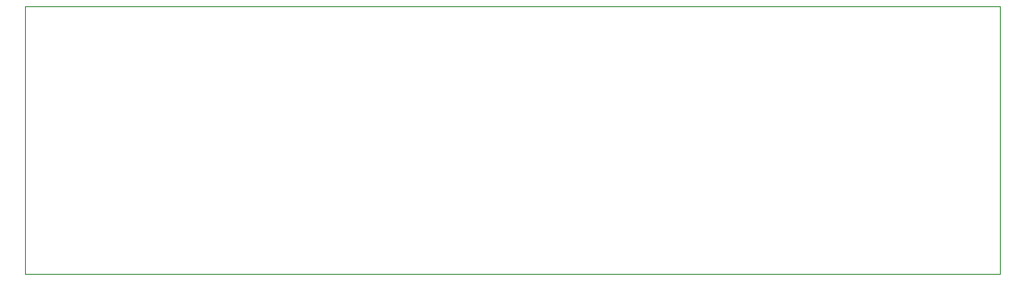
<source format=gbr>
%TF.GenerationSoftware,KiCad,Pcbnew,(5.1.10-1-10_14)*%
%TF.CreationDate,2021-09-30T16:16:12-04:00*%
%TF.ProjectId,bus-controller,6275732d-636f-46e7-9472-6f6c6c65722e,rev?*%
%TF.SameCoordinates,Original*%
%TF.FileFunction,Profile,NP*%
%FSLAX46Y46*%
G04 Gerber Fmt 4.6, Leading zero omitted, Abs format (unit mm)*
G04 Created by KiCad (PCBNEW (5.1.10-1-10_14)) date 2021-09-30 16:16:12*
%MOMM*%
%LPD*%
G01*
G04 APERTURE LIST*
%TA.AperFunction,Profile*%
%ADD10C,0.050000*%
%TD*%
G04 APERTURE END LIST*
D10*
X102722000Y-134420000D02*
X192892000Y-134420000D01*
X195178000Y-110036000D02*
X195178000Y-134420000D01*
X102722000Y-110036000D02*
X102722000Y-134420000D01*
X192892000Y-134420000D02*
X195178000Y-134420000D01*
X195178000Y-110036000D02*
X195178000Y-109020000D01*
X195178000Y-109020000D02*
X102722000Y-109020000D01*
X102722000Y-109020000D02*
X102722000Y-110036000D01*
M02*

</source>
